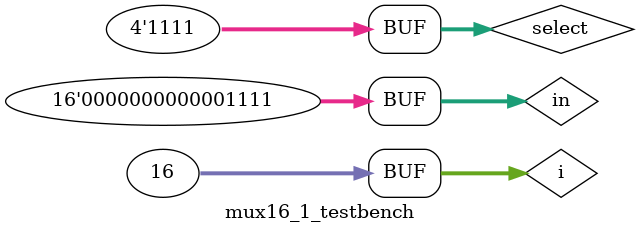
<source format=sv>
`timescale 1ps / 1ps
module multiplexor16to1(in, out, select);
	input logic [15:0] in;
	input logic [3:0] select;
	output logic out;
	
	
	logic [3:0] outputs;
	
	multiplexor4to1 m1 (in[3:0], outputs[0], select[1:0]);
	multiplexor4to1 m2 (in[7:4], outputs[1], select[1:0]);
	multiplexor4to1 m3 (in[11:8], outputs[2], select[1:0]);
	multiplexor4to1 m4 (in[15:12], outputs[3], select[1:0]);
	multiplexor4to1 m5 (outputs, out, select[3:2]);
	
endmodule

module mux16_1_testbench();     
  logic [15:0]  in;  
  logic [3:0] select;
  logic  out;      
       
  mux16_1 dut (in, out, select);      
     
  integer i;   
  initial begin   
    for(i=0; i<16; i++) begin   
      in[15:0]= i; select[3:0] = i; #10;
    end   
  end   
endmodule  
</source>
